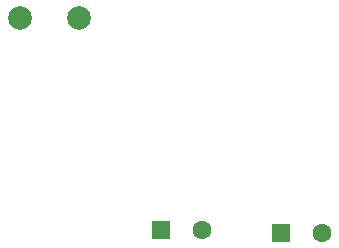
<source format=gbr>
%TF.GenerationSoftware,KiCad,Pcbnew,8.0.5*%
%TF.CreationDate,2025-06-15T17:11:27+02:00*%
%TF.ProjectId,leds,6c656473-2e6b-4696-9361-645f70636258,rev?*%
%TF.SameCoordinates,Original*%
%TF.FileFunction,Soldermask,Bot*%
%TF.FilePolarity,Negative*%
%FSLAX46Y46*%
G04 Gerber Fmt 4.6, Leading zero omitted, Abs format (unit mm)*
G04 Created by KiCad (PCBNEW 8.0.5) date 2025-06-15 17:11:27*
%MOMM*%
%LPD*%
G01*
G04 APERTURE LIST*
%ADD10R,1.600000X1.600000*%
%ADD11C,1.600000*%
%ADD12C,2.000000*%
G04 APERTURE END LIST*
D10*
%TO.C,C2*%
X61820000Y-39080000D03*
D11*
X65320000Y-39080000D03*
%TD*%
D10*
%TO.C,C1*%
X51697349Y-38890000D03*
D11*
X55197349Y-38890000D03*
%TD*%
D12*
%TO.C,P1*%
X39750000Y-20890000D03*
X44750000Y-20890000D03*
%TD*%
M02*

</source>
